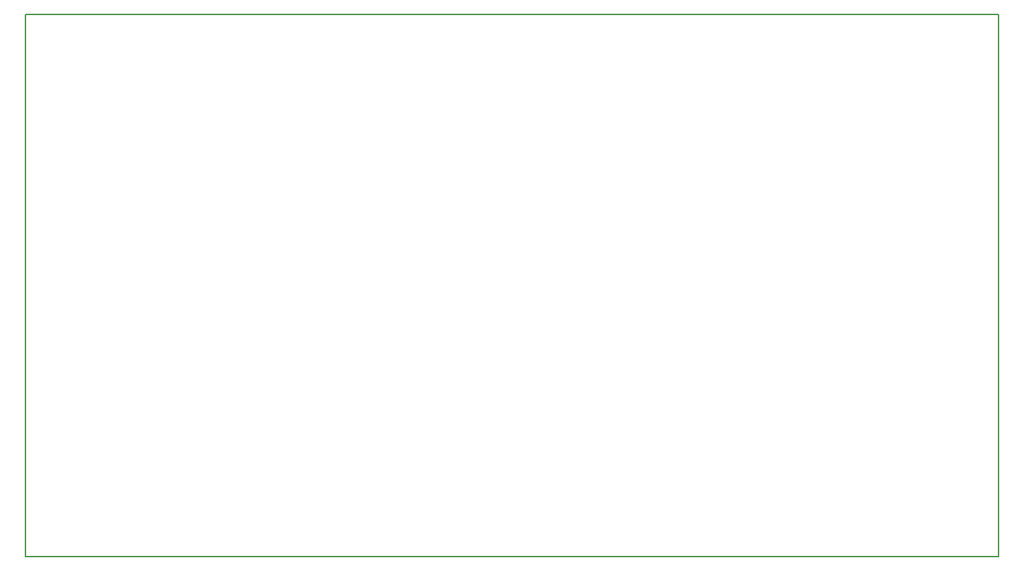
<source format=gm1>
G04 MADE WITH FRITZING*
G04 WWW.FRITZING.ORG*
G04 DOUBLE SIDED*
G04 HOLES PLATED*
G04 CONTOUR ON CENTER OF CONTOUR VECTOR*
%ASAXBY*%
%FSLAX23Y23*%
%MOIN*%
%OFA0B0*%
%SFA1.0B1.0*%
%ADD10R,4.724420X2.637800*%
%ADD11C,0.008000*%
%ADD10C,0.008*%
%LNCONTOUR*%
G90*
G70*
G54D10*
G54D11*
X4Y2634D02*
X4720Y2634D01*
X4720Y4D01*
X4Y4D01*
X4Y2634D01*
D02*
G04 End of contour*
M02*
</source>
